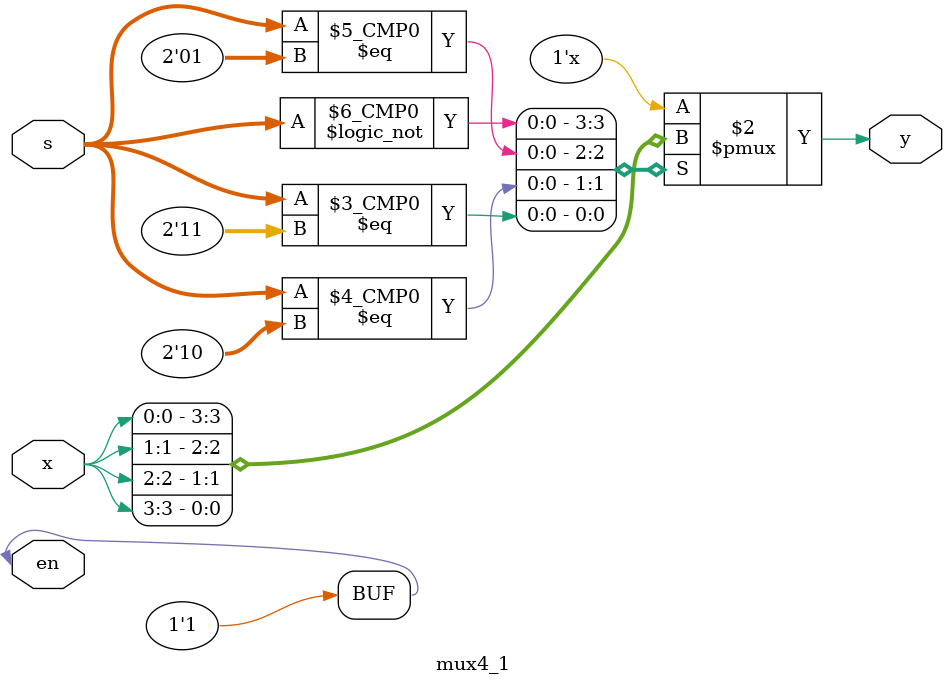
<source format=v>
module mux4_1(y,x,en,s);
output reg y;
input en;
input [3:0] x;
input [1:0]s;
assign en=1'b1;
always@(*) begin
case(s)
 2 'b00: y = x[0];
 2 'b01: y = x[1];
 2 'b10: y = x[2];
 2 'b11: y = x[3];
endcase
end
endmodule

</source>
